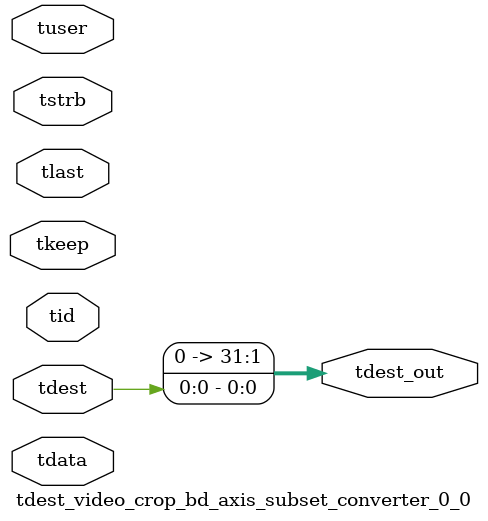
<source format=v>


`timescale 1ps/1ps

module tdest_video_crop_bd_axis_subset_converter_0_0 #
(
parameter C_S_AXIS_TDATA_WIDTH = 32,
parameter C_S_AXIS_TUSER_WIDTH = 0,
parameter C_S_AXIS_TID_WIDTH   = 0,
parameter C_S_AXIS_TDEST_WIDTH = 0,
parameter C_M_AXIS_TDEST_WIDTH = 32
)
(
input  [(C_S_AXIS_TDATA_WIDTH == 0 ? 1 : C_S_AXIS_TDATA_WIDTH)-1:0     ] tdata,
input  [(C_S_AXIS_TUSER_WIDTH == 0 ? 1 : C_S_AXIS_TUSER_WIDTH)-1:0     ] tuser,
input  [(C_S_AXIS_TID_WIDTH   == 0 ? 1 : C_S_AXIS_TID_WIDTH)-1:0       ] tid,
input  [(C_S_AXIS_TDEST_WIDTH == 0 ? 1 : C_S_AXIS_TDEST_WIDTH)-1:0     ] tdest,
input  [(C_S_AXIS_TDATA_WIDTH/8)-1:0 ] tkeep,
input  [(C_S_AXIS_TDATA_WIDTH/8)-1:0 ] tstrb,
input                                                                    tlast,
output [C_M_AXIS_TDEST_WIDTH-1:0] tdest_out
);

assign tdest_out = {tdest[0:0]};

endmodule


</source>
